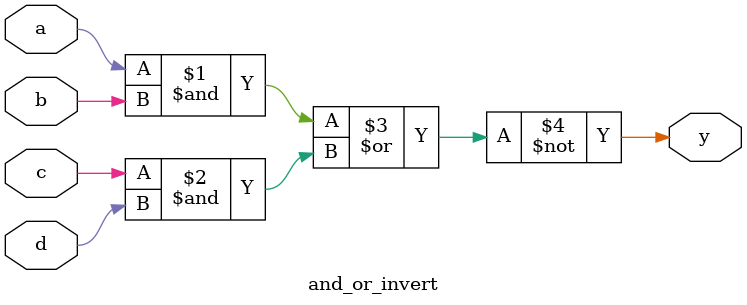
<source format=v>
`timescale 1ns / 1ps


module and_or_invert(
    output y,
    input a,b,c,d);
    
    assign y = ~ ((a & b) | (c & d));
    
endmodule

</source>
